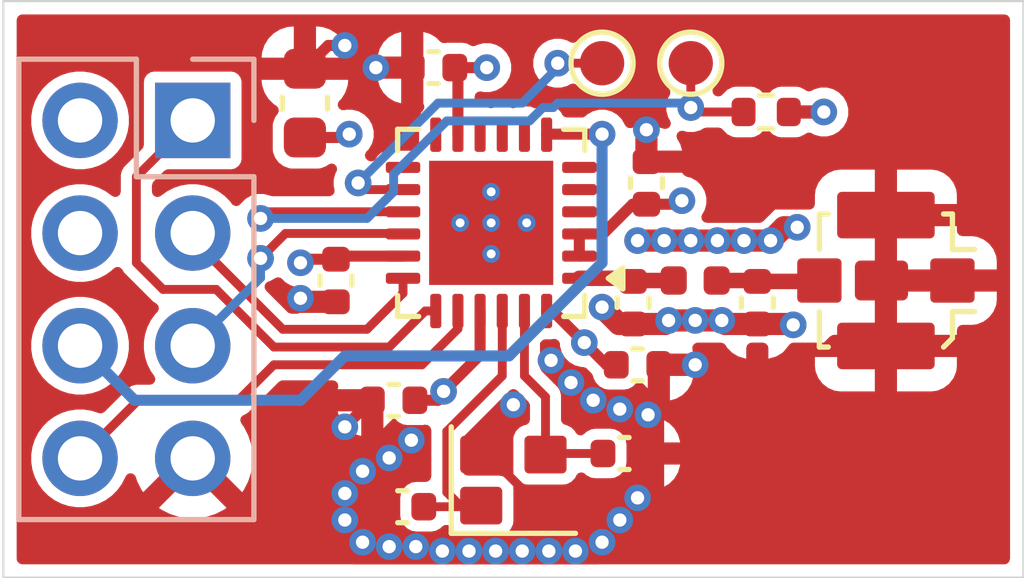
<source format=kicad_pcb>
(kicad_pcb (version 20241229) (generator "pcbnew") (generator_version "9.0")
  (layers (0 "F.Cu" signal) (4 "In1.Cu" signal "GND.Cu") (6 "In2.Cu" signal "PWR.Cu") (2 "B.Cu" signal) (13 "F.Paste" user) (15 "B.Paste" user) (5 "F.SilkS" user "F.Silkscreen") (7 "B.SilkS" user "B.Silkscreen") (1 "F.Mask" user) (3 "B.Mask" user) (25 "Edge.Cuts" user))
  (net 0 "")
  (net 1 "+3V3")
  (net 2 "GND")
  (net 3 "Net-(U1-ANT)")
  (net 4 "Net-(U1-XTAL_N)")
  (net 5 "Net-(U1-XTAL_P)")
  (net 6 "/TX")
  (net 7 "/RST")
  (net 8 "/RX")
  (net 17 "Net-(J1-Pin_1)")
  (net 18 "/EN")
  (net 19 "Net-(U1-GPIO8)")
  (net 20 "/GPIO10")
  (net 21 "/GPIO18")
  (net 22 "/GPIO9")
  (footprint "Capacitor_SMD:C_0402_1005Metric" (layer "F.Cu") (at 134.5 95.1 90)
    (property "Reference" "C2" (hide yes))
    (property "Value" "100n" (hide yes))
    (fp_line (start -0.107836 -0.36) (end 0.107836 -0.36) (stroke (width 0.12)) (layer "F.SilkS"))
    (fp_line (start -0.107836 0.36) (end 0.107836 0.36) (stroke (width 0.12)) (layer "F.SilkS"))
    (pad "1" smd roundrect (at -0.48 0 90) (size 0.56 0.62) (layers "F.Cu" "F.Mask" "F.Paste") (net 1 "+3V3"))
    (pad "2" smd roundrect (at 0.48 0 90) (size 0.56 0.62) (layers "F.Cu" "F.Mask" "F.Paste") (net 2 "GND"))
  )
  (footprint "TestPoint:TestPoint_Pad_D1.0mm" (layer "F.Cu") (at 135.5 92.4)
    (property "Reference" "TP2" (hide yes))
    (property "Value" "TestPoint" (hide yes))
    (fp_circle (center 0 0) (end 0 0.7) (stroke (width 0.12)) (fill no) (layer "F.SilkS"))
    (pad "1" smd circle (at 0 0) (size 1 1) (layers "F.Cu" "F.Mask") (net 22 "/GPIO9"))
  )
  (footprint "Capacitor_SMD:C_0402_1005Metric" (layer "F.Cu") (at 127.5 97.3 -90)
    (property "Reference" "C4" (hide yes))
    (property "Value" "100n" (hide yes))
    (fp_line (start -0.107836 0.36) (end 0.107836 0.36) (stroke (width 0.12)) (layer "F.SilkS"))
    (fp_line (start -0.107836 -0.36) (end 0.107836 -0.36) (stroke (width 0.12)) (layer "F.SilkS"))
    (pad "1" smd roundrect (at -0.48 0 270) (size 0.56 0.62) (layers "F.Cu" "F.Mask" "F.Paste") (net 1 "+3V3"))
    (pad "2" smd roundrect (at 0.48 0 270) (size 0.56 0.62) (layers "F.Cu" "F.Mask" "F.Paste") (net 2 "GND"))
  )
  (footprint "Inductor_SMD:L_0402_1005Metric" (layer "F.Cu") (at 135.6 97.3 180)
    (property "Reference" "L1" (hide yes))
    (property "Value" "2n" (hide yes))
    (pad "1" smd roundrect (at -0.485 0 180) (size 0.59 0.64) (layers "F.Cu" "F.Mask" "F.Paste") (net 17 "Net-(J1-Pin_1)"))
    (pad "2" smd roundrect (at 0.485 0 180) (size 0.59 0.64) (layers "F.Cu" "F.Mask" "F.Paste") (net 3 "Net-(U1-ANT)"))
  )
  (footprint "Resistor_SMD:R_0402_1005Metric" (layer "F.Cu") (at 137.2 93.5)
    (property "Reference" "R1" (hide yes))
    (property "Value" "10k" (hide yes))
    (fp_line (start -0.153641 -0.38) (end 0.153641 -0.38) (stroke (width 0.12)) (layer "F.SilkS"))
    (fp_line (start -0.153641 0.38) (end 0.153641 0.38) (stroke (width 0.12)) (layer "F.SilkS"))
    (pad "1" smd roundrect (at -0.51 0) (size 0.54 0.64) (layers "F.Cu" "F.Mask" "F.Paste") (net 22 "/GPIO9"))
    (pad "2" smd roundrect (at 0.51 0) (size 0.54 0.64) (layers "F.Cu" "F.Mask" "F.Paste") (net 1 "+3V3"))
  )
  (footprint "Capacitor_SMD:C_0402_1005Metric" (layer "F.Cu") (at 137 97.8 -90)
    (property "Reference" "C7" (hide yes))
    (property "Value" "3p" (hide yes))
    (fp_line (start -0.107836 0.36) (end 0.107836 0.36) (stroke (width 0.12)) (layer "F.SilkS"))
    (fp_line (start -0.107836 -0.36) (end 0.107836 -0.36) (stroke (width 0.12)) (layer "F.SilkS"))
    (pad "1" smd roundrect (at -0.48 0 270) (size 0.56 0.62) (layers "F.Cu" "F.Mask" "F.Paste") (net 17 "Net-(J1-Pin_1)"))
    (pad "2" smd roundrect (at 0.48 0 270) (size 0.56 0.62) (layers "F.Cu" "F.Mask" "F.Paste") (net 2 "GND"))
  )
  (footprint "Capacitor_SMD:C_0603_1608Metric" (layer "F.Cu") (at 126.8 93.3 90)
    (property "Reference" "C1" (hide yes))
    (property "Value" "10u" (hide yes))
    (fp_line (start -0.14058 -0.51) (end 0.14058 -0.51) (stroke (width 0.12)) (layer "F.SilkS"))
    (fp_line (start -0.14058 0.51) (end 0.14058 0.51) (stroke (width 0.12)) (layer "F.SilkS"))
    (pad "1" smd roundrect (at -0.775 0 90) (size 0.9 0.95) (layers "F.Cu" "F.Mask" "F.Paste") (net 1 "+3V3"))
    (pad "2" smd roundrect (at 0.775 0 90) (size 0.9 0.95) (layers "F.Cu" "F.Mask" "F.Paste") (net 2 "GND"))
  )
  (footprint "Capacitor_SMD:C_0402_1005Metric" (layer "F.Cu") (at 134 101.2 180)
    (property "Reference" "C10" (hide yes))
    (property "Value" "14p" (hide yes))
    (fp_line (start -0.107836 0.36) (end 0.107836 0.36) (stroke (width 0.12)) (layer "F.SilkS"))
    (fp_line (start -0.107836 -0.36) (end 0.107836 -0.36) (stroke (width 0.12)) (layer "F.SilkS"))
    (pad "1" smd roundrect (at -0.48 0 180) (size 0.56 0.62) (layers "F.Cu" "F.Mask" "F.Paste") (net 2 "GND"))
    (pad "2" smd roundrect (at 0.48 0 180) (size 0.56 0.62) (layers "F.Cu" "F.Mask" "F.Paste") (net 5 "Net-(U1-XTAL_P)"))
  )
  (footprint "Capacitor_SMD:C_0402_1005Metric" (layer "F.Cu") (at 134.2 97.8 -90)
    (property "Reference" "C8" (hide yes))
    (property "Value" "3p" (hide yes))
    (fp_line (start -0.107836 0.36) (end 0.107836 0.36) (stroke (width 0.12)) (layer "F.SilkS"))
    (fp_line (start -0.107836 -0.36) (end 0.107836 -0.36) (stroke (width 0.12)) (layer "F.SilkS"))
    (pad "1" smd roundrect (at -0.48 0 270) (size 0.56 0.62) (layers "F.Cu" "F.Mask" "F.Paste") (net 3 "Net-(U1-ANT)"))
    (pad "2" smd roundrect (at 0.48 0 270) (size 0.56 0.62) (layers "F.Cu" "F.Mask" "F.Paste") (net 2 "GND"))
  )
  (footprint "Capacitor_SMD:C_0402_1005Metric" (layer "F.Cu") (at 134.3 99.2)
    (property "Reference" "C5" (hide yes))
    (property "Value" "100n" (hide yes))
    (fp_line (start -0.107836 -0.36) (end 0.107836 -0.36) (stroke (width 0.12)) (layer "F.SilkS"))
    (fp_line (start -0.107836 0.36) (end 0.107836 0.36) (stroke (width 0.12)) (layer "F.SilkS"))
    (pad "1" smd roundrect (at -0.48 0) (size 0.56 0.62) (layers "F.Cu" "F.Mask" "F.Paste") (net 1 "+3V3"))
    (pad "2" smd roundrect (at 0.48 0) (size 0.56 0.62) (layers "F.Cu" "F.Mask" "F.Paste") (net 2 "GND"))
  )
  (footprint "Capacitor_SMD:C_0402_1005Metric" (layer "F.Cu") (at 129.7 92.5 180)
    (property "Reference" "C3" (hide yes))
    (property "Value" "100n" (hide yes))
    (fp_line (start -0.107836 0.36) (end 0.107836 0.36) (stroke (width 0.12)) (layer "F.SilkS"))
    (fp_line (start -0.107836 -0.36) (end 0.107836 -0.36) (stroke (width 0.12)) (layer "F.SilkS"))
    (pad "1" smd roundrect (at -0.48 0 180) (size 0.56 0.62) (layers "F.Cu" "F.Mask" "F.Paste") (net 1 "+3V3"))
    (pad "2" smd roundrect (at 0.48 0 180) (size 0.56 0.62) (layers "F.Cu" "F.Mask" "F.Paste") (net 2 "GND"))
  )
  (footprint "TestPoint:TestPoint_Pad_D1.0mm" (layer "F.Cu") (at 133.5 92.4)
    (property "Reference" "TP1" (hide yes))
    (property "Value" "TestPoint" (hide yes))
    (fp_circle (center 0 0) (end 0 0.7) (stroke (width 0.12)) (fill no) (layer "F.SilkS"))
    (pad "1" smd circle (at 0 0) (size 1 1) (layers "F.Cu" "F.Mask") (net 19 "Net-(U1-GPIO8)"))
  )
  (footprint "Package_DFN_QFN:QFN-24-1EP_4x4mm_P0.5mm_EP2.8x2.8mm" (layer "F.Cu") (at 131 96 180)
    (property "Reference" "U1" (hide yes))
    (property "Value" "ESP8684" (hide yes))
    (fp_line (start 2.11 2.11) (end 1.635 2.11) (stroke (width 0.12)) (layer "F.SilkS"))
    (fp_line (start 2.11 1.635) (end 2.11 2.11) (stroke (width 0.12)) (layer "F.SilkS"))
    (fp_line (start 2.11 -2.11) (end 2.11 -1.635) (stroke (width 0.12)) (layer "F.SilkS"))
    (fp_line (start 1.635 -2.11) (end 2.11 -2.11) (stroke (width 0.12)) (layer "F.SilkS"))
    (fp_line (start -1.635 2.11) (end -2.11 2.11) (stroke (width 0.12)) (layer "F.SilkS"))
    (fp_line (start -2.11 2.11) (end -2.11 1.635) (stroke (width 0.12)) (layer "F.SilkS"))
    (fp_line (start -2.11 -1.635) (end -2.11 -2.11) (stroke (width 0.12)) (layer "F.SilkS"))
    (fp_line (start -2.11 -2.11) (end -1.635 -2.11) (stroke (width 0.12)) (layer "F.SilkS"))
    (fp_poly (pts (xy -2.64 -1.25) (xy -2.97 -1.01) (xy -2.97 -1.49)) (stroke (width 0.12)) (fill yes) (layer "F.SilkS"))
    (pad "1" smd roundrect (at -1.9875 -1.25 180) (size 0.775 0.25) (layers "F.Cu" "F.Mask" "F.Paste") (net 3 "Net-(U1-ANT)"))
    (pad "2" smd roundrect (at -1.9875 -0.75 180) (size 0.775 0.25) (layers "F.Cu" "F.Mask" "F.Paste") (net 1 "+3V3"))
    (pad "3" smd roundrect (at -1.9875 -0.25 180) (size 0.775 0.25) (layers "F.Cu" "F.Mask" "F.Paste") (net 1 "+3V3"))
    (pad "4" smd roundrect (at -1.9875 0.25 180) (size 0.775 0.25) (layers "F.Cu" "F.Mask" "F.Paste"))
    (pad "5" smd roundrect (at -1.9875 0.75 180) (size 0.775 0.25) (layers "F.Cu" "F.Mask" "F.Paste"))
    (pad "6" smd roundrect (at -1.9875 1.25 180) (size 0.775 0.25) (layers "F.Cu" "F.Mask" "F.Paste"))
    (pad "7" smd roundrect (at -1.25 1.9875 180) (size 0.25 0.775) (layers "F.Cu" "F.Mask" "F.Paste") (net 18 "/EN"))
    (pad "8" smd roundrect (at -0.75 1.9875 180) (size 0.25 0.775) (layers "F.Cu" "F.Mask" "F.Paste"))
    (pad "9" smd roundrect (at -0.25 1.9875 180) (size 0.25 0.775) (layers "F.Cu" "F.Mask" "F.Paste"))
    (pad "10" smd roundrect (at 0.25 1.9875 180) (size 0.25 0.775) (layers "F.Cu" "F.Mask" "F.Paste"))
    (pad "11" smd roundrect (at 0.75 1.9875 180) (size 0.25 0.775) (layers "F.Cu" "F.Mask" "F.Paste") (net 1 "+3V3"))
    (pad "12" smd roundrect (at 1.25 1.9875 180) (size 0.25 0.775) (layers "F.Cu" "F.Mask" "F.Paste"))
    (pad "13" smd roundrect (at 1.9875 1.25 180) (size 0.775 0.25) (layers "F.Cu" "F.Mask" "F.Paste"))
    (pad "14" smd roundrect (at 1.9875 0.75 180) (size 0.775 0.25) (layers "F.Cu" "F.Mask" "F.Paste") (net 19 "Net-(U1-GPIO8)"))
    (pad "15" smd roundrect (at 1.9875 0.25 180) (size 0.775 0.25) (layers "F.Cu" "F.Mask" "F.Paste") (net 22 "/GPIO9"))
    (pad "16" smd roundrect (at 1.9875 -0.25 180) (size 0.775 0.25) (layers "F.Cu" "F.Mask" "F.Paste") (net 20 "/GPIO10"))
    (pad "17" smd roundrect (at 1.9875 -0.75 180) (size 0.775 0.25) (layers "F.Cu" "F.Mask" "F.Paste") (net 1 "+3V3"))
    (pad "18" smd roundrect (at 1.9875 -1.25 180) (size 0.775 0.25) (layers "F.Cu" "F.Mask" "F.Paste") (net 21 "/GPIO18"))
    (pad "19" smd roundrect (at 1.25 -1.9875 180) (size 0.25 0.775) (layers "F.Cu" "F.Mask" "F.Paste") (net 8 "/RX"))
    (pad "20" smd roundrect (at 0.75 -1.9875 180) (size 0.25 0.775) (layers "F.Cu" "F.Mask" "F.Paste") (net 6 "/TX"))
    (pad "21" smd roundrect (at 0.25 -1.9875 180) (size 0.25 0.775) (layers "F.Cu" "F.Mask" "F.Paste") (net 1 "+3V3"))
    (pad "22" smd roundrect (at -0.25 -1.9875 180) (size 0.25 0.775) (layers "F.Cu" "F.Mask" "F.Paste") (net 4 "Net-(U1-XTAL_N)"))
    (pad "23" smd roundrect (at -0.75 -1.9875 180) (size 0.25 0.775) (layers "F.Cu" "F.Mask" "F.Paste") (net 5 "Net-(U1-XTAL_P)"))
    (pad "24" smd roundrect (at -1.25 -1.9875 180) (size 0.25 0.775) (layers "F.Cu" "F.Mask" "F.Paste") (net 1 "+3V3"))
    (pad "25" thru_hole circle (at -0.8 0 180) (size 0.4 0.4) (drill 0.2) (layers "*.Cu" "*.Mask") (net 2 "GND"))
    (pad "25" thru_hole circle (at 0 -0.7 180) (size 0.4 0.4) (drill 0.2) (layers "*.Cu" "*.Mask") (net 2 "GND"))
    (pad "25" thru_hole circle (at 0 0 180) (size 0.4 0.4) (drill 0.2) (layers "*.Cu" "*.Mask") (net 2 "GND"))
    (pad "25" smd rect (at 0 0 180) (size 2.8 2.8) (property pad_prop_heatsink) (layers "F.Cu" "F.Mask") (net 2 "GND"))
    (pad "25" thru_hole circle (at 0 0.7 180) (size 0.4 0.4) (drill 0.2) (layers "*.Cu" "*.Mask") (net 2 "GND"))
    (pad "25" thru_hole circle (at 0.7 0 180) (size 0.4 0.4) (drill 0.2) (layers "*.Cu" "*.Mask") (net 2 "GND"))
  )
  (footprint "Capacitor_SMD:C_0402_1005Metric" (layer "F.Cu") (at 129 102.4)
    (property "Reference" "C9" (hide yes))
    (property "Value" "14p" (hide yes))
    (fp_line (start -0.107836 -0.36) (end 0.107836 -0.36) (stroke (width 0.12)) (layer "F.SilkS"))
    (fp_line (start -0.107836 0.36) (end 0.107836 0.36) (stroke (width 0.12)) (layer "F.SilkS"))
    (pad "1" smd roundrect (at -0.48 0) (size 0.56 0.62) (layers "F.Cu" "F.Mask" "F.Paste") (net 2 "GND"))
    (pad "2" smd roundrect (at 0.48 0) (size 0.56 0.62) (layers "F.Cu" "F.Mask" "F.Paste") (net 4 "Net-(U1-XTAL_N)"))
  )
  (footprint "Capacitor_SMD:C_0402_1005Metric" (layer "F.Cu") (at 128.8 100 180)
    (property "Reference" "C6" (hide yes))
    (property "Value" "100n" (hide yes))
    (fp_line (start -0.107836 0.36) (end 0.107836 0.36) (stroke (width 0.12)) (layer "F.SilkS"))
    (fp_line (start -0.107836 -0.36) (end 0.107836 -0.36) (stroke (width 0.12)) (layer "F.SilkS"))
    (pad "1" smd roundrect (at -0.48 0 180) (size 0.56 0.62) (layers "F.Cu" "F.Mask" "F.Paste") (net 1 "+3V3"))
    (pad "2" smd roundrect (at 0.48 0 180) (size 0.56 0.62) (layers "F.Cu" "F.Mask" "F.Paste") (net 2 "GND"))
  )
  (footprint "Connector_Coaxial:U.FL_Molex_MCRF_73412-0110_Vertical" (layer "F.Cu") (at 139.9 97.3 -90)
    (property "Reference" "J1" (hide yes))
    (property "Value" "Conn_01x01_Shielded" (hide yes))
    (fp_line (start -1.5 1.5) (end -1.5 1.3) (stroke (width 0.12)) (layer "F.SilkS"))
    (fp_line (start -0.7 1.5) (end -1.5 1.5) (stroke (width 0.12)) (layer "F.SilkS"))
    (fp_line (start 1.5 1.5) (end 0.7 1.5) (stroke (width 0.12)) (layer "F.SilkS"))
    (fp_line (start 1.5 1.3) (end 1.5 1.5) (stroke (width 0.12)) (layer "F.SilkS"))
    (fp_line (start -1.5 -1.3) (end -1.5 -1.5) (stroke (width 0.12)) (layer "F.SilkS"))
    (fp_line (start -1.5 -1.5) (end -0.7 -1.5) (stroke (width 0.12)) (layer "F.SilkS"))
    (fp_line (start -0.7 -1.5) (end -0.7 -2) (stroke (width 0.12)) (layer "F.SilkS"))
    (fp_line (start 0.7 -1.5) (end 1.3 -1.5) (stroke (width 0.12)) (layer "F.SilkS"))
    (fp_line (start 0.7 -1.5) (end 0.7 -2) (stroke (width 0.12)) (layer "F.SilkS"))
    (fp_line (start 1.3 -1.5) (end 1.5 -1.3) (stroke (width 0.12)) (layer "F.SilkS"))
    (pad "1" smd roundrect (at 0 1.5 90) (size 1 1) (layers "F.Cu" "F.Mask" "F.Paste") (roundrect_rratio 0.1) (net 17 "Net-(J1-Pin_1)"))
    (pad "SH" smd roundrect (at -1.475 0 90) (size 1.05 2.2) (layers "F.Cu" "F.Mask" "F.Paste") (roundrect_rratio 0.1) (net 2 "GND"))
    (pad "SH" smd roundrect (at 0 -1.5 90) (size 1 1) (layers "F.Cu" "F.Mask" "F.Paste") (roundrect_rratio 0.1) (net 2 "GND"))
    (pad "SH" smd roundrect (at 1.475 0 90) (size 1.05 2.2) (layers "F.Cu" "F.Mask" "F.Paste") (roundrect_rratio 0.1) (net 2 "GND"))
  )
  (footprint "Crystal:Crystal_SMD_SeikoEpson_FA128-4Pin_2.0x1.6mm" (layer "F.Cu") (at 131.5 101.8)
    (property "Reference" "Y1" (hide yes))
    (property "Value" "Q22FA12800230" (hide yes))
    (fp_line (start -1.4 -1.2) (end -1.4 1.2) (stroke (width 0.12)) (layer "F.SilkS"))
    (fp_line (start -1.4 1.2) (end 1.4 1.2) (stroke (width 0.12)) (layer "F.SilkS"))
    (pad "1" smd roundrect (at -0.725 0.575) (size 0.95 0.85) (layers "F.Cu" "F.Mask" "F.Paste") (roundrect_rratio 0.12) (net 4 "Net-(U1-XTAL_N)"))
    (pad "2" smd roundrect (at 0.725 0.575) (size 0.95 0.85) (layers "F.Cu" "F.Mask" "F.Paste") (roundrect_rratio 0.12) (net 2 "GND"))
    (pad "3" smd roundrect (at 0.725 -0.575) (size 0.95 0.85) (layers "F.Cu" "F.Mask" "F.Paste") (roundrect_rratio 0.12) (net 5 "Net-(U1-XTAL_P)"))
    (pad "4" smd roundrect (at -0.725 -0.575) (size 0.95 0.85) (layers "F.Cu" "F.Mask" "F.Paste") (roundrect_rratio 0.12) (net 2 "GND"))
  )
  (footprint "Connector_PinHeader_2.54mm:PinHeader_2x04_P2.54mm_Vertical" (layer "B.Cu") (at 124.27 93.69 180)
    (property "Reference" "J2" (hide yes))
    (property "Value" "Conn_02x04" (hide yes))
    (fp_line (start 3.92 1.38) (end 3.92 -9) (stroke (width 0.12)) (layer "B.SilkS"))
    (fp_line (start 1.27 1.38) (end 3.92 1.38) (stroke (width 0.12)) (layer "B.SilkS"))
    (fp_line (start 1.27 -1.27) (end 1.27 1.38) (stroke (width 0.12)) (layer "B.SilkS"))
    (fp_line (start -1.38 1.38) (end 0 1.38) (stroke (width 0.12)) (layer "B.SilkS"))
    (fp_line (start -1.38 0) (end -1.38 1.38) (stroke (width 0.12)) (layer "B.SilkS"))
    (fp_line (start -1.38 -1.27) (end 1.27 -1.27) (stroke (width 0.12)) (layer "B.SilkS"))
    (fp_line (start -1.38 -1.27) (end -1.38 -9) (stroke (width 0.12)) (layer "B.SilkS"))
    (fp_line (start -1.38 -9) (end 3.92 -9) (stroke (width 0.12)) (layer "B.SilkS"))
    (pad "1" thru_hole rect (at 0 0 180) (size 1.7 1.7) (drill 1) (layers "*.Cu" "*.Mask") (net 8 "/RX"))
    (pad "2" thru_hole circle (at 2.54 0 180) (size 1.7 1.7) (drill 1) (layers "*.Cu" "*.Mask") (net 1 "+3V3"))
    (pad "3" thru_hole circle (at 0 -2.54 180) (size 1.7 1.7) (drill 1) (layers "*.Cu" "*.Mask") (net 21 "/GPIO18"))
    (pad "4" thru_hole circle (at 2.54 -2.54 180) (size 1.7 1.7) (drill 1) (layers "*.Cu" "*.Mask") (net 7 "/RST"))
    (pad "5" thru_hole circle (at 0 -5.08 180) (size 1.7 1.7) (drill 1) (layers "*.Cu" "*.Mask") (net 20 "/GPIO10"))
    (pad "6" thru_hole circle (at 2.54 -5.08 180) (size 1.7 1.7) (drill 1) (layers "*.Cu" "*.Mask") (net 18 "/EN"))
    (pad "7" thru_hole circle (at 0 -7.62 180) (size 1.7 1.7) (drill 1) (layers "*.Cu" "*.Mask") (net 2 "GND"))
    (pad "8" thru_hole circle (at 2.54 -7.62 180) (size 1.7 1.7) (drill 1) (layers "*.Cu" "*.Mask") (net 6 "/TX"))
  )
  (gr_rect (start 120 91) (end 143 104) (stroke (width 0.05)) (fill no) (layer "Edge.Cuts"))
  (segment (start 127.5 96.82) (end 126.78 96.82) (width 0.25) (layer "F.Cu") (net 1))
  (segment (start 129.92645 99.87355) (end 129.8 100) (width 0.25) (layer "F.Cu") (net 1))
  (segment (start 133.520001 96.25) (end 134.190001 95.58) (width 0.25) (layer "F.Cu") (net 1))
  (segment (start 130.25 94.0125) (end 130.25 92.57) (width 0.25) (layer "F.Cu") (net 1))
  (segment (start 129.92645 99.8) (end 130.75 98.97645) (width 0.25) (layer "F.Cu") (net 1))
  (segment (start 137.71 93.5) (end 138.5 93.5) (width 0.3) (layer "F.Cu") (net 1))
  (segment (start 127.57 96.75) (end 127.5 96.82) (width 0.25) (layer "F.Cu") (net 1))
  (segment (start 134.190001 95.58) (end 134.5 95.58) (width 0.25) (layer "F.Cu") (net 1))
  (segment (start 130.25 92.57) (end 130.18 92.5) (width 0.25) (layer "F.Cu") (net 1))
  (segment (start 129.92645 99.8) (end 129.92645 99.87355) (width 0.25) (layer "F.Cu") (net 1))
  (segment (start 134.5 95.58) (end 135.22 95.58) (width 0.25) (layer "F.Cu") (net 1))
  (segment (start 135.22 95.58) (end 135.3 95.5) (width 0.25) (layer "F.Cu") (net 1))
  (segment (start 126.8 94.075) (end 127.725 94.075) (width 0.25) (layer "F.Cu") (net 1))
  (segment (start 129.0125 96.75) (end 127.57 96.75) (width 0.25) (layer "F.Cu") (net 1))
  (segment (start 129.8 100) (end 129.28 100) (width 0.25) (layer "F.Cu") (net 1))
  (segment (start 132.9875 96.75) (end 132.9875 96.25) (width 0.25) (layer "F.Cu") (net 1))
  (segment (start 132.3875 97.9875) (end 133.6 99.2) (width 0.25) (layer "F.Cu") (net 1))
  (segment (start 127.725 94.075) (end 127.8 94) (width 0.25) (layer "F.Cu") (net 1))
  (segment (start 132.9875 96.25) (end 133.520001 96.25) (width 0.25) (layer "F.Cu") (net 1))
  (segment (start 126.78 96.82) (end 126.7 96.9) (width 0.25) (layer "F.Cu") (net 1))
  (segment (start 133.6 99.2) (end 133.82 99.2) (width 0.25) (layer "F.Cu") (net 1))
  (segment (start 130.75 98.97645) (end 130.75 97.9875) (width 0.25) (layer "F.Cu") (net 1))
  (segment (start 130.18 92.5) (end 130.9 92.5) (width 0.25) (layer "F.Cu") (net 1))
  (segment (start 132.25 97.9875) (end 132.3875 97.9875) (width 0.25) (layer "F.Cu") (net 1))
  (via (at 130.9 92.5) (size 0.6) (drill 0.3) (layers "F.Cu" "B.Cu") (net 1))
  (via (at 126.7 96.9) (size 0.6) (drill 0.3) (layers "F.Cu" "B.Cu") (net 1))
  (via (at 135.3 95.5) (size 0.6) (drill 0.3) (layers "F.Cu" "B.Cu") (net 1))
  (via (at 127.8 94) (size 0.6) (drill 0.3) (layers "F.Cu" "B.Cu") (net 1))
  (via (at 129.92645 99.8) (size 0.6) (drill 0.3) (layers "F.Cu" "B.Cu") (net 1))
  (via (at 133.1 98.7) (size 0.6) (drill 0.3) (layers "F.Cu" "B.Cu") (net 1))
  (via (at 138.5 93.5) (size 0.6) (drill 0.3) (layers "F.Cu" "B.Cu") (net 1))
  (segment (start 137.79 98.28) (end 137.81 98.3) (width 0.5) (layer "F.Cu") (net 2))
  (segment (start 135 98.2) (end 136.2 98.2) (width 0.5) (layer "F.Cu") (net 2))
  (segment (start 127.5 97.78) (end 126.78 97.78) (width 0.2) (layer "F.Cu") (net 2))
  (segment (start 134.2 98.28) (end 134.92 98.28) (width 0.5) (layer "F.Cu") (net 2))
  (segment (start 134.2 98.28) (end 133.88 98.28) (width 0.5) (layer "F.Cu") (net 2))
  (segment (start 134.78 99.2) (end 135.6 99.2) (width 0.5) (layer "F.Cu") (net 2))
  (segment (start 134.92 98.28) (end 135 98.2) (width 0.5) (layer "F.Cu") (net 2))
  (segment (start 134.3 96.4) (end 137.3 96.4) (width 0.5) (layer "F.Cu") (net 2))
  (segment (start 134.5 94.62) (end 134.5 93.9) (width 0.25) (layer "F.Cu") (net 2))
  (segment (start 133.88 98.28) (end 133.5 97.9) (width 0.5) (layer "F.Cu") (net 2))
  (segment (start 137.9 96.1) (end 137.6 96.1) (width 0.5) (layer "F.Cu") (net 2))
  (segment (start 137 98.28) (end 137.79 98.28) (width 0.5) (layer "F.Cu") (net 2))
  (segment (start 126.78 97.78) (end 126.7 97.7) (width 0.2) (layer "F.Cu") (net 2))
  (segment (start 126.8 92.525) (end 127.325 92) (width 0.25) (layer "F.Cu") (net 2))
  (segment (start 137.6 96.1) (end 137.3 96.4) (width 0.5) (layer "F.Cu") (net 2))
  (segment (start 127.325 92) (end 127.7 92) (width 0.25) (layer "F.Cu") (net 2))
  (segment (start 128.32 100) (end 128.3 100) (width 0.25) (layer "F.Cu") (net 2))
  (segment (start 132.075 102.375) (end 130.925 101.225) (width 0.2) (layer "F.Cu") (net 2))
  (segment (start 126.825 92.5) (end 126.8 92.525) (width 0.25) (layer "F.Cu") (net 2))
  (segment (start 130.925 101.225) (end 130.775 101.225) (width 0.2) (layer "F.Cu") (net 2))
  (segment (start 128.3 100) (end 127.7 100.6) (width 0.25) (layer "F.Cu") (net 2))
  (segment (start 136.28 98.28) (end 136.2 98.2) (width 0.5) (layer "F.Cu") (net 2))
  (segment (start 128.4 92.5) (end 126.825 92.5) (width 0.25) (layer "F.Cu") (net 2))
  (segment (start 132.225 102.375) (end 132.075 102.375) (width 0.2) (layer "F.Cu") (net 2))
  (segment (start 137 98.28) (end 136.28 98.28) (width 0.5) (layer "F.Cu") (net 2))
  (segment (start 129.22 92.5) (end 128.4 92.5) (width 0.25) (layer "F.Cu") (net 2))
  (via (at 134.3 102.2) (size 0.6) (drill 0.3) (layers "F.Cu" "B.Cu") (net 2))
  (via (at 131.1 103.4) (size 0.6) (drill 0.3) (layers "F.Cu" "B.Cu") (net 2))
  (via (at 131.7 103.4) (size 0.6) (drill 0.3) (layers "F.Cu" "B.Cu") (net 2))
  (via (at 129.2 100.9) (size 0.6) (drill 0.3) (layers "F.Cu" "B.Cu") (net 2))
  (via (at 128.7 101.3) (size 0.6) (drill 0.3) (layers "F.Cu" "B.Cu") (net 2))
  (via (at 135 98.2) (size 0.6) (drill 0.3) (layers "F.Cu" "B.Cu") (net 2))
  (via (at 130.5 103.4) (size 0.6) (drill 0.3) (layers "F.Cu" "B.Cu") (net 2))
  (via (at 137.9 96.1) (size 0.6) (drill 0.3) (layers "F.Cu" "B.Cu") (net 2))
  (via (at 132.35 99.1) (size 0.6) (drill 0.3) (layers "F.Cu" "B.Cu") (net 2))
  (via (at 133.9 102.7) (size 0.6) (drill 0.3) (layers "F.Cu" "B.Cu") (net 2))
  (via (at 127.7 92) (size 0.6) (drill 0.3) (layers "F.Cu" "B.Cu") (net 2))
  (via (at 128.4 92.5) (size 0.6) (drill 0.3) (layers "F.Cu" "B.Cu") (net 2))
  (via (at 129.9 103.4) (size 0.6) (drill 0.3) (layers "F.Cu" "B.Cu") (net 2))
  (via (at 135.6 98.2) (size 0.6) (drill 0.3) (layers "F.Cu" "B.Cu") (net 2))
  (via (at 135.6 99.2) (size 0.6) (drill 0.3) (layers "F.Cu" "B.Cu") (net 2))
  (via (at 136.1 96.4) (size 0.6) (drill 0.3) (layers "F.Cu" "B.Cu") (net 2))
  (via (at 135.5 96.4) (size 0.6) (drill 0.3) (layers "F.Cu" "B.Cu") (net 2))
  (via (at 133.3 100) (size 0.6) (drill 0.3) (layers "F.Cu" "B.Cu") (net 2))
  (via (at 132.9 103.4) (size 0.6) (drill 0.3) (layers "F.Cu" "B.Cu") (net 2))
  (via (at 128.1 103.2) (size 0.6) (drill 0.3) (layers "F.Cu" "B.Cu") (net 2))
  (via (at 136.2 98.2) (size 0.6) (drill 0.3) (layers "F.Cu" "B.Cu") (net 2))
  (via (at 133.9 100.2) (size 0.6) (drill 0.3) (layers "F.Cu" "B.Cu") (net 2))
  (via (at 137.3 96.4) (size 0.6) (drill 0.3) (layers "F.Cu" "B.Cu") (net 2))
  (via (at 127.7 100.6) (size 0.6) (drill 0.3) (layers "F.Cu" "B.Cu") (net 2))
  (via (at 128.1 101.6) (size 0.6) (drill 0.3) (layers "F.Cu" "B.Cu") (net 2))
  (via (at 136.7 96.4) (size 0.6) (drill 0.3) (layers "F.Cu" "B.Cu") (net 2))
  (via (at 128.7 103.3) (size 0.6) (drill 0.3) (layers "F.Cu" "B.Cu") (net 2))
  (via (at 137.81 98.3) (size 0.6) (drill 0.3) (layers "F.Cu" "B.Cu") (net 2))
  (via (at 126.7 97.7) (size 0.6) (drill 0.3) (layers "F.Cu" "B.Cu") (net 2))
  (via (at 132.8 99.6) (size 0.6) (drill 0.3) (layers "F.Cu" "B.Cu") (net 2))
  (via (at 131.5 100.1) (size 0.6) (drill 0.3) (layers "F.Cu" "B.Cu") (net 2))
  (via (at 129.3 103.3) (size 0.6) (drill 0.3) (layers "F.Cu" "B.Cu") (net 2))
  (via (at 127.7 102.7) (size 0.6) (drill 0.3) (layers "F.Cu" "B.Cu") (net 2))
  (via (at 127.7 102.1) (size 0.6) (drill 0.3) (layers "F.Cu" "B.Cu") (net 2))
  (via (at 134.5 93.9) (size 0.6) (drill 0.3) (layers "F.Cu" "B.Cu") (net 2))
  (via (at 134.9 96.4) (size 0.6) (drill 0.3) (layers "F.Cu" "B.Cu") (net 2))
  (via (at 132.3 103.4) (size 0.6) (drill 0.3) (layers "F.Cu" "B.Cu") (net 2))
  (via (at 134.3 96.4) (size 0.6) (drill 0.3) (layers "F.Cu" "B.Cu") (net 2))
  (via (at 133.5 97.9) (size 0.6) (drill 0.3) (layers "F.Cu" "B.Cu") (net 2))
  (via (at 134.53738 100.327476) (size 0.6) (drill 0.3) (layers "F.Cu" "B.Cu") (net 2))
  (via (at 133.5 103.2) (size 0.6) (drill 0.3) (layers "F.Cu" "B.Cu") (net 2))
  (segment (start 132.9875 97.25) (end 134.13 97.25) (width 0.3493) (layer "F.Cu") (net 3))
  (segment (start 135.115 97.3) (end 134.22 97.3) (width 0.3493) (layer "F.Cu") (net 3))
  (segment (start 134.13 97.25) (end 134.2 97.32) (width 0.3493) (layer "F.Cu") (net 3))
  (segment (start 134.22 97.3) (end 134.2 97.32) (width 0.3493) (layer "F.Cu") (net 3))
  (segment (start 129.999 100.701) (end 131.25 99.45) (width 0.2) (layer "F.Cu") (net 4))
  (segment (start 130.775 102.375) (end 130.300001 102.375) (width 0.2) (layer "F.Cu") (net 4))
  (segment (start 130.300001 102.375) (end 129.999 102.073999) (width 0.2) (layer "F.Cu") (net 4))
  (segment (start 130.75 102.4) (end 130.775 102.375) (width 0.2) (layer "F.Cu") (net 4))
  (segment (start 131.25 99.45) (end 131.25 97.9875) (width 0.2) (layer "F.Cu") (net 4))
  (segment (start 129.48 102.4) (end 130.75 102.4) (width 0.2) (layer "F.Cu") (net 4))
  (segment (start 129.999 102.073999) (end 129.999 100.701) (width 0.2) (layer "F.Cu") (net 4))
  (segment (start 132.225 99.925) (end 131.75 99.45) (width 0.2) (layer "F.Cu") (net 5))
  (segment (start 132.225 101.225) (end 132.225 99.925) (width 0.2) (layer "F.Cu") (net 5))
  (segment (start 133.52 101.2) (end 132.25 101.2) (width 0.2) (layer "F.Cu") (net 5))
  (segment (start 131.75 99.45) (end 131.75 97.9875) (width 0.2) (layer "F.Cu") (net 5))
  (segment (start 132.25 101.2) (end 132.225 101.225) (width 0.2) (layer "F.Cu") (net 5))
  (segment (start 130.25 98.390798) (end 129.440798 99.2) (width 0.2) (layer "F.Cu") (net 6))
  (segment (start 129.440798 99.2) (end 126.1 99.2) (width 0.2) (layer "F.Cu") (net 6))
  (segment (start 130.25 97.9875) (end 130.25 98.390798) (width 0.2) (layer "F.Cu") (net 6))
  (segment (start 126.1 99.2) (end 125.3 100) (width 0.2) (layer "F.Cu") (net 6))
  (segment (start 123.04 100) (end 121.73 101.31) (width 0.2) (layer "F.Cu") (net 6))
  (segment (start 125.3 100) (end 123.04 100) (width 0.2) (layer "F.Cu") (net 6))
  (segment (start 123 96.9) (end 123 94.96) (width 0.2) (layer "F.Cu") (net 8))
  (segment (start 126.1 98.8) (end 124.8 97.5) (width 0.2) (layer "F.Cu") (net 8))
  (segment (start 129.5125 97.9875) (end 128.7 98.8) (width 0.2) (layer "F.Cu") (net 8))
  (segment (start 123 94.96) (end 124.27 93.69) (width 0.2) (layer "F.Cu") (net 8))
  (segment (start 129.75 97.9875) (end 129.5125 97.9875) (width 0.2) (layer "F.Cu") (net 8))
  (segment (start 128.7 98.8) (end 126.1 98.8) (width 0.2) (layer "F.Cu") (net 8))
  (segment (start 123.6 97.5) (end 123 96.9) (width 0.2) (layer "F.Cu") (net 8))
  (segment (start 124.8 97.5) (end 123.6 97.5) (width 0.2) (layer "F.Cu") (net 8))
  (segment (start 136.085 97.3) (end 136.98 97.3) (width 0.3493) (layer "F.Cu") (net 17))
  (segment (start 138.38 97.32) (end 138.4 97.3) (width 0.3493) (layer "F.Cu") (net 17))
  (segment (start 137 97.32) (end 138.38 97.32) (width 0.3493) (layer "F.Cu") (net 17))
  (segment (start 136.98 97.3) (end 137 97.32) (width 0.3493) (layer "F.Cu") (net 17))
  (segment (start 133.5 94) (end 132.2625 94) (width 0.25) (layer "F.Cu") (net 18))
  (segment (start 132.2625 94) (end 132.25 94.0125) (width 0.25) (layer "F.Cu") (net 18))
  (via (at 133.5 94) (size 0.6) (drill 0.3) (layers "F.Cu" "B.Cu") (net 18))
  (segment (start 133.5 96.9) (end 131.4 99) (width 0.25) (layer "B.Cu") (net 18))
  (segment (start 126.7 100) (end 122.96 100) (width 0.25) (layer "B.Cu") (net 18))
  (segment (start 131.4 99) (end 127.7 99) (width 0.25) (layer "B.Cu") (net 18))
  (segment (start 127.7 99) (end 126.7 100) (width 0.25) (layer "B.Cu") (net 18))
  (segment (start 133.5 94) (end 133.5 96.9) (width 0.25) (layer "B.Cu") (net 18))
  (segment (start 122.96 100) (end 121.73 98.77) (width 0.25) (layer "B.Cu") (net 18))
  (segment (start 128.15 95.25) (end 128 95.1) (width 0.2) (layer "F.Cu") (net 19))
  (segment (start 129.0125 95.25) (end 128.15 95.25) (width 0.2) (layer "F.Cu") (net 19))
  (segment (start 132.5 92.4) (end 133.5 92.4) (width 0.2) (layer "F.Cu") (net 19))
  (via (at 132.5 92.4) (size 0.6) (drill 0.3) (layers "F.Cu" "B.Cu") (net 19))
  (via (at 128 95.1) (size 0.6) (drill 0.3) (layers "F.Cu" "B.Cu") (net 19))
  (segment (start 132.5 92.5) (end 132.5 92.4) (width 0.2) (layer "B.Cu") (net 19))
  (segment (start 131.7 93.3) (end 132.5 92.5) (width 0.2) (layer "B.Cu") (net 19))
  (segment (start 128 95.1) (end 129.8 93.3) (width 0.2) (layer "B.Cu") (net 19))
  (segment (start 129.8 93.3) (end 131.7 93.3) (width 0.2) (layer "B.Cu") (net 19))
  (segment (start 125.8 96.8) (end 126.361 96.239) (width 0.2) (layer "F.Cu") (net 20))
  (segment (start 126.361 96.239) (end 129.0015 96.239) (width 0.2) (layer "F.Cu") (net 20))
  (segment (start 129.0015 96.239) (end 129.0125 96.25) (width 0.2) (layer "F.Cu") (net 20))
  (via (at 125.8 96.8) (size 0.6) (drill 0.3) (layers "F.Cu" "B.Cu") (net 20))
  (segment (start 124.27 98.77) (end 125.8 97.24) (width 0.2) (layer "B.Cu") (net 20))
  (segment (start 125.8 97.24) (end 125.8 96.8) (width 0.2) (layer "B.Cu") (net 20))
  (segment (start 129.0125 97.25) (end 129.0125 97.5875) (width 0.2) (layer "F.Cu") (net 21))
  (segment (start 126.3 98.4) (end 124.27 96.37) (width 0.2) (layer "F.Cu") (net 21))
  (segment (start 128.2 98.4) (end 126.3 98.4) (width 0.2) (layer "F.Cu") (net 21))
  (segment (start 129.0125 97.5875) (end 128.2 98.4) (width 0.2) (layer "F.Cu") (net 21))
  (segment (start 124.27 96.37) (end 124.27 96.23) (width 0.2) (layer "F.Cu") (net 21))
  (segment (start 129.0125 95.75) (end 125.95 95.75) (width 0.2) (layer "F.Cu") (net 22))
  (segment (start 135.5 93.4) (end 135.5 92.4) (width 0.2) (layer "F.Cu") (net 22))
  (segment (start 136.69 93.5) (end 135.6 93.5) (width 0.2) (layer "F.Cu") (net 22))
  (segment (start 135.6 93.5) (end 135.5 93.4) (width 0.2) (layer "F.Cu") (net 22))
  (segment (start 125.95 95.75) (end 125.8 95.9) (width 0.2) (layer "F.Cu") (net 22))
  (via (at 135.5 93.4) (size 0.6) (drill 0.3) (layers "F.Cu" "B.Cu") (net 22))
  (via (at 125.8 95.9) (size 0.6) (drill 0.3) (layers "F.Cu" "B.Cu") (net 22))
  (segment (start 132.4 93.4) (end 132.501 93.299) (width 0.2) (layer "B.Cu") (net 22))
  (segment (start 132.1671 93.4) (end 132.4 93.4) (width 0.2) (layer "B.Cu") (net 22))
  (segment (start 132.501 93.299) (end 135.399 93.299) (width 0.2) (layer "B.Cu") (net 22))
  (segment (start 128.8 94.9) (end 129.999 93.701) (width 0.2) (layer "B.Cu") (net 22))
  (segment (start 128.8 95.3) (end 128.8 94.9) (width 0.2) (layer "B.Cu") (net 22))
  (segment (start 129.999 93.701) (end 131.8661 93.701) (width 0.2) (layer "B.Cu") (net 22))
  (segment (start 125.8 95.9) (end 128.2 95.9) (width 0.2) (layer "B.Cu") (net 22))
  (segment (start 135.399 93.299) (end 135.5 93.4) (width 0.2) (layer "B.Cu") (net 22))
  (segment (start 128.2 95.9) (end 128.8 95.3) (width 0.2) (layer "B.Cu") (net 22))
  (segment (start 131.8661 93.701) (end 132.1671 93.4) (width 0.2) (layer "B.Cu") (net 22))
  (zone (net 2) (net_name "GND") (layer "F.Cu") (connect_pads yes (clearance 0.25)) (min_thickness 0.25) (fill yes (thermal_gap 0.5) (thermal_bridge_width 0.5))
    (polygon (pts (xy 133.5 98.7) (xy 134.9 100.1) (xy 134.9 102.2) (xy 133.4 103.7) (xy 127.9 103.7) (xy 127.2 103) (xy 127.2 102) (xy 128.9 100.3) (xy 129.6 100.3) (xy 131.2 98.7)))
  )
  (zone (net 0) (net_name "") (layer "F.Cu") (connect_pads (clearance 0)) (min_thickness 0.25)
    (keepout (tracks allowed) (vias allowed) (pads allowed) (copperpour not_allowed) (footprints allowed))
    (fill (thermal_gap 0.5) (thermal_bridge_width 0.5))
    (polygon (pts (xy 139.2 96.6) (xy 138.3 95.7) (xy 137.4 95.7) (xy 137.1 96) (xy 134.2 96) (xy 133.3 96.9) (xy 132.6 96.9) (xy 132.6 97.6) (xy 133.7 98.7) (xy 138.5 98.7) (xy 139.2 98) (xy 139.2 97.2)))
  )
  (zone (net 2) (net_name "GND") (layers "F.Cu" "In1.Cu") (connect_pads (clearance 0.25)) (min_thickness 0.25) (fill yes (thermal_gap 0.5) (thermal_bridge_width 0.5))
    (polygon (pts (xy 120 91) (xy 143 91) (xy 143 104) (xy 120 104)))
  )
)
</source>
